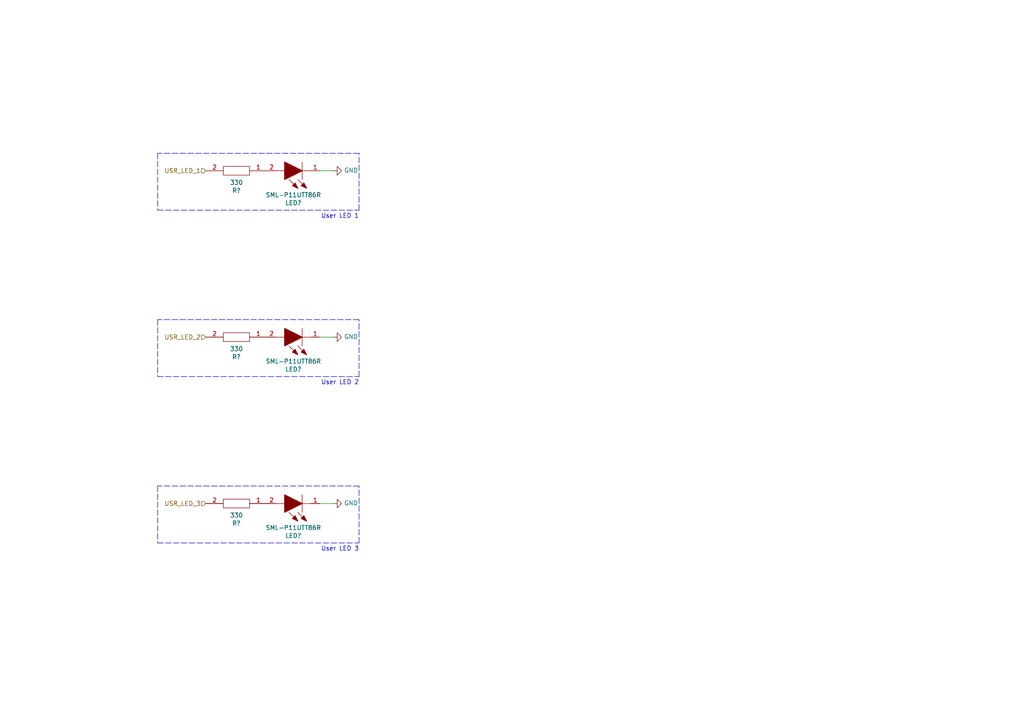
<source format=kicad_sch>
(kicad_sch (version 20211123) (generator eeschema)
  (paper "A4")
  (lib_symbols
    (symbol "OBC_IC:SML-P11UTT86R" (pin_names (offset 0.762))
      (property "Reference" "LED" (at 12.7 8.89 0))
      (property "Value" "SML-P11UTT86R" (at 12.7 6.35 0))
      (symbol "SML-P11UTT86R_0_0"
        (pin passive line (at 0 0 0) (length 2.54) (name "~") (number "1"))
        (pin passive line (at 15.24 0 180) (length 2.54) (name "~") (number "2"))
      )
      (symbol "SML-P11UTT86R_0_1"
        (polyline (pts (xy 2.54 0) (xy 5.08 0)) (stroke (width 0.1524)))
        (polyline (pts (xy 5.08 2.54) (xy 5.08 -2.54)) (stroke (width 0.1524)))
        (polyline (pts (xy 6.35 2.54) (xy 3.81 5.08)) (stroke (width 0.1524)))
        (polyline (pts (xy 8.89 2.54) (xy 6.35 5.08)) (stroke (width 0.1524)))
        (polyline (pts (xy 10.16 0) (xy 12.7 0)) (stroke (width 0.1524)))
        (polyline (pts (xy 5.08 0) (xy 10.16 2.54) (xy 10.16 -2.54) (xy 5.08 0)) (stroke (width 0.254)) (fill (type outline)))
        (polyline (pts (xy 5.334 4.318) (xy 4.572 3.556) (xy 3.81 5.08) (xy 5.334 4.318)) (stroke (width 0.254)) (fill (type outline)))
        (polyline (pts (xy 7.874 4.318) (xy 7.112 3.556) (xy 6.35 5.08) (xy 7.874 4.318)) (stroke (width 0.254)) (fill (type outline)))
      )
    )
    (symbol "OBC_PASSIVE:ERA-2ARB331X" (pin_names (offset 0.762))
      (property "Reference" "R" (at 13.97 6.35 0))
      (property "Value" "ERA-2ARB331X" (at 13.97 3.81 0))
      (symbol "ERA-2ARB331X_0_0"
        (pin passive line (at 0 0 0) (length 5.08) (name "~") (number "1"))
        (pin passive line (at 17.78 0 180) (length 5.08) (name "~") (number "2"))
      )
      (symbol "ERA-2ARB331X_0_1"
        (polyline (pts (xy 5.08 1.27) (xy 12.7 1.27) (xy 12.7 -1.27) (xy 5.08 -1.27) (xy 5.08 1.27)) (stroke (width 0.1524)))
      )
    )
    (symbol "power:GND" (power) (pin_names (offset 0))
      (property "Value" "GND" (at 0 -3.81 0))
      (symbol "GND_0_1"
        (polyline (pts (xy 0 0) (xy 0 -1.27) (xy 1.27 -1.27) (xy 0 -2.54) (xy -1.27 -1.27) (xy 0 -1.27)))
      )
      (symbol "GND_1_1"
        (pin power_in line (at 0 0 270) (length 0) hide (name "GND") (number "1"))
      )
    )
  )
  (polyline (pts (xy 45.72 44.45) (xy 45.72 60.96)))
  (wire (pts (xy 96.52 97.79) (xy 92.71 97.79)))
  (polyline (pts (xy 45.72 92.71) (xy 45.72 109.22)))
  (polyline (pts (xy 104.14 44.45) (xy 45.72 44.45)))
  (wire (pts (xy 96.52 146.05) (xy 92.71 146.05)))
  (polyline (pts (xy 104.14 157.48) (xy 104.14 140.97)))
  (polyline (pts (xy 45.72 60.96) (xy 104.14 60.96)))
  (polyline (pts (xy 104.14 109.22) (xy 104.14 92.71)))
  (polyline (pts (xy 45.72 157.48) (xy 104.14 157.48)))
  (polyline (pts (xy 45.72 140.97) (xy 45.72 157.48)))
  (wire (pts (xy 96.52 49.53) (xy 92.71 49.53)))
  (polyline (pts (xy 104.14 140.97) (xy 45.72 140.97)))
  (polyline (pts (xy 104.14 60.96) (xy 104.14 44.45)))
  (polyline (pts (xy 45.72 109.22) (xy 104.14 109.22)))
  (polyline (pts (xy 104.14 92.71) (xy 45.72 92.71)))
  (text "User LED 1" (at 104.14 63.5 180) (effects (font (size 1.27 1.27)) (justify right bottom)))
  (text "User LED 2" (at 104.14 111.76 180) (effects (font (size 1.27 1.27)) (justify right bottom)))
  (text "User LED 3\n" (at 104.14 160.02 180) (effects (font (size 1.27 1.27)) (justify right bottom)))
  (hierarchical_label "USR_LED_3" (shape input) (at 59.69 146.05 180))
  (hierarchical_label "USR_LED_1" (shape input) (at 59.69 49.53 180))
  (hierarchical_label "USR_LED_2" (shape input) (at 59.69 97.79 180))
  (symbol (lib_id "power:GND") (at 96.52 97.79 90) (unit 1)
    (property "Reference" "#PWR?" (effects hide))
    (property "Value" "GND" (at 99.7712 97.663 90) (effects (justify right)))
  )
  (symbol (lib_id "power:GND") (at 96.52 49.53 90) (unit 1)
    (property "Reference" "#PWR?" (effects hide))
    (property "Value" "GND" (at 99.7712 49.403 90) (effects (justify right)))
  )
  (symbol (lib_id "OBC_IC:SML-P11UTT86R") (at 92.71 97.79 180) (unit 1)
    (property "Reference" "LED?" (at 85.09 107.1118 0))
    (property "Value" "SML-P11UTT86R" (at 85.09 104.8004 0))
    (property "Footprint" "OBC_IC:SML-P11UTT86R" (effects hide))
    (property "Datasheet" "https://www.rohm.com/datasheet/SML-P11UT(R)/sml-p11-e" (effects hide))
    (property "Description" "PICOLED-eco series: ROHM\\'s PICOLED-Using its second-to-none merits from ultra-small & ultra-thin configuration,ultra-fine LED matrices beyond common sense can be made, boosting the level of expression ultimately. Also, this device is indispensable for future design-in for whatever application requiring downsizing." (effects hide))
    (property "Height" "0.25" (effects hide))
    (property "Manufacturer_Name" "ROHM Semiconductor" (effects hide))
    (property "Manufacturer_Part_Number" "SML-P11UTT86R" (effects hide))
    (property "Mouser Part Number" "755-SML-P11UTT86R" (effects hide))
    (property "Mouser Price/Stock" "https://www.mouser.co.uk/ProductDetail/ROHM-Semiconductor/SML-P11UTT86R/?qs=Ei%2Fnxee9QYhZCfOujmGTCA%3D%3D" (effects hide))
  )
  (symbol (lib_id "OBC_PASSIVE:ERA-2ARB331X") (at 77.47 97.79 180) (unit 1)
    (property "Reference" "R?" (at 68.58 103.505 0))
    (property "Value" "330" (at 68.58 101.1936 0))
    (property "Footprint" "Resistor_SMD:R_0402_1005Metric" (effects hide))
    (property "Datasheet" "https://componentsearchengine.com/Datasheets/1/ERA-2ARB331X.pdf" (effects hide))
    (property "Description" "Res Thin Film 0402 330 Ohm 0.1% 0.063W(1/16W) +/-10ppm/C Pad SMD Automotive T/R" (effects hide))
    (property "Height" "0.4" (effects hide))
    (property "Mouser Part Number" "667-ERA-2ARB331X" (effects hide))
    (property "Mouser Price/Stock" "https://www.mouser.com/Search/Refine.aspx?Keyword=667-ERA-2ARB331X" (effects hide))
    (property "Manufacturer_Name" "Panasonic" (effects hide))
    (property "Manufacturer_Part_Number" "ERA-2ARB331X" (effects hide))
  )
  (symbol (lib_id "OBC_PASSIVE:ERA-2ARB331X") (at 77.47 49.53 180) (unit 1)
    (property "Reference" "R?" (at 68.58 55.245 0))
    (property "Value" "330" (at 68.58 52.9336 0))
    (property "Footprint" "Resistor_SMD:R_0402_1005Metric" (effects hide))
    (property "Datasheet" "https://componentsearchengine.com/Datasheets/1/ERA-2ARB331X.pdf" (effects hide))
    (property "Description" "Res Thin Film 0402 330 Ohm 0.1% 0.063W(1/16W) +/-10ppm/C Pad SMD Automotive T/R" (effects hide))
    (property "Height" "0.4" (effects hide))
    (property "Mouser Part Number" "667-ERA-2ARB331X" (effects hide))
    (property "Mouser Price/Stock" "https://www.mouser.com/Search/Refine.aspx?Keyword=667-ERA-2ARB331X" (effects hide))
    (property "Manufacturer_Name" "Panasonic" (effects hide))
    (property "Manufacturer_Part_Number" "ERA-2ARB331X" (effects hide))
  )
  (symbol (lib_id "OBC_IC:SML-P11UTT86R") (at 92.71 49.53 180) (unit 1)
    (property "Reference" "LED?" (at 85.09 58.8518 0))
    (property "Value" "SML-P11UTT86R" (at 85.09 56.5404 0))
    (property "Footprint" "OBC_IC:SML-P11UTT86R" (effects hide))
    (property "Datasheet" "https://www.rohm.com/datasheet/SML-P11UT(R)/sml-p11-e" (effects hide))
    (property "Description" "PICOLED-eco series: ROHM\\'s PICOLED-Using its second-to-none merits from ultra-small & ultra-thin configuration,ultra-fine LED matrices beyond common sense can be made, boosting the level of expression ultimately. Also, this device is indispensable for future design-in for whatever application requiring downsizing." (effects hide))
    (property "Height" "0.25" (effects hide))
    (property "Manufacturer_Name" "ROHM Semiconductor" (effects hide))
    (property "Manufacturer_Part_Number" "SML-P11UTT86R" (effects hide))
    (property "Mouser Part Number" "755-SML-P11UTT86R" (effects hide))
    (property "Mouser Price/Stock" "https://www.mouser.co.uk/ProductDetail/ROHM-Semiconductor/SML-P11UTT86R/?qs=Ei%2Fnxee9QYhZCfOujmGTCA%3D%3D" (effects hide))
  )
  (symbol (lib_id "OBC_PASSIVE:ERA-2ARB331X") (at 77.47 146.05 180) (unit 1)
    (property "Reference" "R?" (at 68.58 151.765 0))
    (property "Value" "330" (at 68.58 149.4536 0))
    (property "Footprint" "Resistor_SMD:R_0402_1005Metric" (effects hide))
    (property "Datasheet" "https://componentsearchengine.com/Datasheets/1/ERA-2ARB331X.pdf" (effects hide))
    (property "Description" "Res Thin Film 0402 330 Ohm 0.1% 0.063W(1/16W) +/-10ppm/C Pad SMD Automotive T/R" (effects hide))
    (property "Height" "0.4" (effects hide))
    (property "Mouser Part Number" "667-ERA-2ARB331X" (effects hide))
    (property "Mouser Price/Stock" "https://www.mouser.com/Search/Refine.aspx?Keyword=667-ERA-2ARB331X" (effects hide))
    (property "Manufacturer_Name" "Panasonic" (effects hide))
    (property "Manufacturer_Part_Number" "ERA-2ARB331X" (effects hide))
  )
  (symbol (lib_id "power:GND") (at 96.52 146.05 90) (unit 1)
    (property "Reference" "#PWR?" (effects hide))
    (property "Value" "GND" (at 99.7712 145.923 90) (effects (justify right)))
  )
  (symbol (lib_id "OBC_IC:SML-P11UTT86R") (at 92.71 146.05 180) (unit 1)
    (property "Reference" "LED?" (at 85.09 155.3718 0))
    (property "Value" "SML-P11UTT86R" (at 85.09 153.0604 0))
    (property "Footprint" "OBC_IC:SML-P11UTT86R" (effects hide))
    (property "Datasheet" "https://www.rohm.com/datasheet/SML-P11UT(R)/sml-p11-e" (effects hide))
    (property "Description" "PICOLED-eco series: ROHM\\'s PICOLED-Using its second-to-none merits from ultra-small & ultra-thin configuration,ultra-fine LED matrices beyond common sense can be made, boosting the level of expression ultimately. Also, this device is indispensable for future design-in for whatever application requiring downsizing." (effects hide))
    (property "Height" "0.25" (effects hide))
    (property "Manufacturer_Name" "ROHM Semiconductor" (effects hide))
    (property "Manufacturer_Part_Number" "SML-P11UTT86R" (effects hide))
    (property "Mouser Part Number" "755-SML-P11UTT86R" (effects hide))
    (property "Mouser Price/Stock" "https://www.mouser.co.uk/ProductDetail/ROHM-Semiconductor/SML-P11UTT86R/?qs=Ei%2Fnxee9QYhZCfOujmGTCA%3D%3D" (effects hide))
  )
)
</source>
